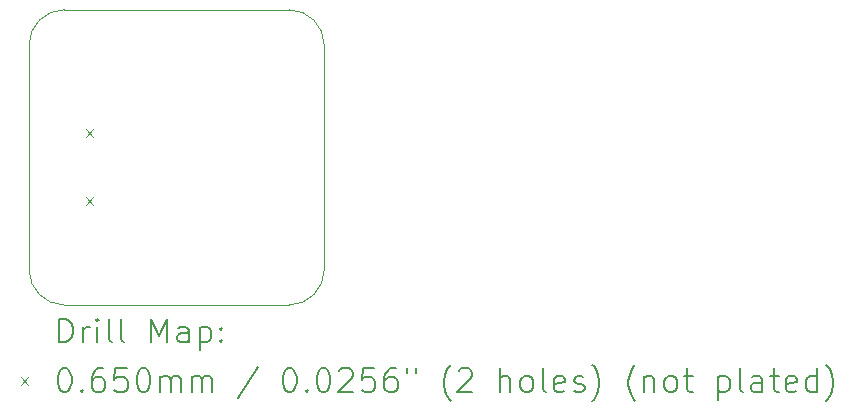
<source format=gbr>
%TF.GenerationSoftware,KiCad,Pcbnew,7.0.7*%
%TF.CreationDate,2024-03-07T17:34:28-08:00*%
%TF.ProjectId,magn_angle_sensor_v2,6d61676e-5f61-46e6-976c-655f73656e73,rev?*%
%TF.SameCoordinates,Original*%
%TF.FileFunction,Drillmap*%
%TF.FilePolarity,Positive*%
%FSLAX45Y45*%
G04 Gerber Fmt 4.5, Leading zero omitted, Abs format (unit mm)*
G04 Created by KiCad (PCBNEW 7.0.7) date 2024-03-07 17:34:28*
%MOMM*%
%LPD*%
G01*
G04 APERTURE LIST*
%ADD10C,0.100000*%
%ADD11C,0.200000*%
%ADD12C,0.065000*%
G04 APERTURE END LIST*
D10*
X4500000Y-4200000D02*
X4500000Y-2300000D01*
X4500000Y-2300000D02*
G75*
G03*
X4200000Y-2000000I-300000J0D01*
G01*
X4200000Y-2000000D02*
X2300000Y-2000000D01*
X2300000Y-4500000D02*
X4200000Y-4500000D01*
X2300000Y-2000000D02*
G75*
G03*
X2000000Y-2300000I0J-300000D01*
G01*
X2000000Y-2300000D02*
X2000000Y-4200000D01*
X4200000Y-4500000D02*
G75*
G03*
X4500000Y-4200000I0J300000D01*
G01*
X2000000Y-4200000D02*
G75*
G03*
X2300000Y-4500000I300000J0D01*
G01*
D11*
D12*
X2480500Y-3011500D02*
X2545500Y-3076500D01*
X2545500Y-3011500D02*
X2480500Y-3076500D01*
X2480500Y-3589500D02*
X2545500Y-3654500D01*
X2545500Y-3589500D02*
X2480500Y-3654500D01*
D11*
X2255777Y-4816484D02*
X2255777Y-4616484D01*
X2255777Y-4616484D02*
X2303396Y-4616484D01*
X2303396Y-4616484D02*
X2331967Y-4626008D01*
X2331967Y-4626008D02*
X2351015Y-4645055D01*
X2351015Y-4645055D02*
X2360539Y-4664103D01*
X2360539Y-4664103D02*
X2370063Y-4702198D01*
X2370063Y-4702198D02*
X2370063Y-4730770D01*
X2370063Y-4730770D02*
X2360539Y-4768865D01*
X2360539Y-4768865D02*
X2351015Y-4787912D01*
X2351015Y-4787912D02*
X2331967Y-4806960D01*
X2331967Y-4806960D02*
X2303396Y-4816484D01*
X2303396Y-4816484D02*
X2255777Y-4816484D01*
X2455777Y-4816484D02*
X2455777Y-4683150D01*
X2455777Y-4721246D02*
X2465301Y-4702198D01*
X2465301Y-4702198D02*
X2474824Y-4692674D01*
X2474824Y-4692674D02*
X2493872Y-4683150D01*
X2493872Y-4683150D02*
X2512920Y-4683150D01*
X2579586Y-4816484D02*
X2579586Y-4683150D01*
X2579586Y-4616484D02*
X2570063Y-4626008D01*
X2570063Y-4626008D02*
X2579586Y-4635531D01*
X2579586Y-4635531D02*
X2589110Y-4626008D01*
X2589110Y-4626008D02*
X2579586Y-4616484D01*
X2579586Y-4616484D02*
X2579586Y-4635531D01*
X2703396Y-4816484D02*
X2684348Y-4806960D01*
X2684348Y-4806960D02*
X2674824Y-4787912D01*
X2674824Y-4787912D02*
X2674824Y-4616484D01*
X2808158Y-4816484D02*
X2789110Y-4806960D01*
X2789110Y-4806960D02*
X2779586Y-4787912D01*
X2779586Y-4787912D02*
X2779586Y-4616484D01*
X3036729Y-4816484D02*
X3036729Y-4616484D01*
X3036729Y-4616484D02*
X3103396Y-4759341D01*
X3103396Y-4759341D02*
X3170062Y-4616484D01*
X3170062Y-4616484D02*
X3170062Y-4816484D01*
X3351015Y-4816484D02*
X3351015Y-4711722D01*
X3351015Y-4711722D02*
X3341491Y-4692674D01*
X3341491Y-4692674D02*
X3322443Y-4683150D01*
X3322443Y-4683150D02*
X3284348Y-4683150D01*
X3284348Y-4683150D02*
X3265301Y-4692674D01*
X3351015Y-4806960D02*
X3331967Y-4816484D01*
X3331967Y-4816484D02*
X3284348Y-4816484D01*
X3284348Y-4816484D02*
X3265301Y-4806960D01*
X3265301Y-4806960D02*
X3255777Y-4787912D01*
X3255777Y-4787912D02*
X3255777Y-4768865D01*
X3255777Y-4768865D02*
X3265301Y-4749817D01*
X3265301Y-4749817D02*
X3284348Y-4740293D01*
X3284348Y-4740293D02*
X3331967Y-4740293D01*
X3331967Y-4740293D02*
X3351015Y-4730770D01*
X3446253Y-4683150D02*
X3446253Y-4883150D01*
X3446253Y-4692674D02*
X3465301Y-4683150D01*
X3465301Y-4683150D02*
X3503396Y-4683150D01*
X3503396Y-4683150D02*
X3522443Y-4692674D01*
X3522443Y-4692674D02*
X3531967Y-4702198D01*
X3531967Y-4702198D02*
X3541491Y-4721246D01*
X3541491Y-4721246D02*
X3541491Y-4778389D01*
X3541491Y-4778389D02*
X3531967Y-4797436D01*
X3531967Y-4797436D02*
X3522443Y-4806960D01*
X3522443Y-4806960D02*
X3503396Y-4816484D01*
X3503396Y-4816484D02*
X3465301Y-4816484D01*
X3465301Y-4816484D02*
X3446253Y-4806960D01*
X3627205Y-4797436D02*
X3636729Y-4806960D01*
X3636729Y-4806960D02*
X3627205Y-4816484D01*
X3627205Y-4816484D02*
X3617682Y-4806960D01*
X3617682Y-4806960D02*
X3627205Y-4797436D01*
X3627205Y-4797436D02*
X3627205Y-4816484D01*
X3627205Y-4692674D02*
X3636729Y-4702198D01*
X3636729Y-4702198D02*
X3627205Y-4711722D01*
X3627205Y-4711722D02*
X3617682Y-4702198D01*
X3617682Y-4702198D02*
X3627205Y-4692674D01*
X3627205Y-4692674D02*
X3627205Y-4711722D01*
D12*
X1930000Y-5112500D02*
X1995000Y-5177500D01*
X1995000Y-5112500D02*
X1930000Y-5177500D01*
D11*
X2293872Y-5036484D02*
X2312920Y-5036484D01*
X2312920Y-5036484D02*
X2331967Y-5046008D01*
X2331967Y-5046008D02*
X2341491Y-5055531D01*
X2341491Y-5055531D02*
X2351015Y-5074579D01*
X2351015Y-5074579D02*
X2360539Y-5112674D01*
X2360539Y-5112674D02*
X2360539Y-5160293D01*
X2360539Y-5160293D02*
X2351015Y-5198389D01*
X2351015Y-5198389D02*
X2341491Y-5217436D01*
X2341491Y-5217436D02*
X2331967Y-5226960D01*
X2331967Y-5226960D02*
X2312920Y-5236484D01*
X2312920Y-5236484D02*
X2293872Y-5236484D01*
X2293872Y-5236484D02*
X2274824Y-5226960D01*
X2274824Y-5226960D02*
X2265301Y-5217436D01*
X2265301Y-5217436D02*
X2255777Y-5198389D01*
X2255777Y-5198389D02*
X2246253Y-5160293D01*
X2246253Y-5160293D02*
X2246253Y-5112674D01*
X2246253Y-5112674D02*
X2255777Y-5074579D01*
X2255777Y-5074579D02*
X2265301Y-5055531D01*
X2265301Y-5055531D02*
X2274824Y-5046008D01*
X2274824Y-5046008D02*
X2293872Y-5036484D01*
X2446253Y-5217436D02*
X2455777Y-5226960D01*
X2455777Y-5226960D02*
X2446253Y-5236484D01*
X2446253Y-5236484D02*
X2436729Y-5226960D01*
X2436729Y-5226960D02*
X2446253Y-5217436D01*
X2446253Y-5217436D02*
X2446253Y-5236484D01*
X2627205Y-5036484D02*
X2589110Y-5036484D01*
X2589110Y-5036484D02*
X2570063Y-5046008D01*
X2570063Y-5046008D02*
X2560539Y-5055531D01*
X2560539Y-5055531D02*
X2541491Y-5084103D01*
X2541491Y-5084103D02*
X2531967Y-5122198D01*
X2531967Y-5122198D02*
X2531967Y-5198389D01*
X2531967Y-5198389D02*
X2541491Y-5217436D01*
X2541491Y-5217436D02*
X2551015Y-5226960D01*
X2551015Y-5226960D02*
X2570063Y-5236484D01*
X2570063Y-5236484D02*
X2608158Y-5236484D01*
X2608158Y-5236484D02*
X2627205Y-5226960D01*
X2627205Y-5226960D02*
X2636729Y-5217436D01*
X2636729Y-5217436D02*
X2646253Y-5198389D01*
X2646253Y-5198389D02*
X2646253Y-5150770D01*
X2646253Y-5150770D02*
X2636729Y-5131722D01*
X2636729Y-5131722D02*
X2627205Y-5122198D01*
X2627205Y-5122198D02*
X2608158Y-5112674D01*
X2608158Y-5112674D02*
X2570063Y-5112674D01*
X2570063Y-5112674D02*
X2551015Y-5122198D01*
X2551015Y-5122198D02*
X2541491Y-5131722D01*
X2541491Y-5131722D02*
X2531967Y-5150770D01*
X2827205Y-5036484D02*
X2731967Y-5036484D01*
X2731967Y-5036484D02*
X2722444Y-5131722D01*
X2722444Y-5131722D02*
X2731967Y-5122198D01*
X2731967Y-5122198D02*
X2751015Y-5112674D01*
X2751015Y-5112674D02*
X2798634Y-5112674D01*
X2798634Y-5112674D02*
X2817682Y-5122198D01*
X2817682Y-5122198D02*
X2827205Y-5131722D01*
X2827205Y-5131722D02*
X2836729Y-5150770D01*
X2836729Y-5150770D02*
X2836729Y-5198389D01*
X2836729Y-5198389D02*
X2827205Y-5217436D01*
X2827205Y-5217436D02*
X2817682Y-5226960D01*
X2817682Y-5226960D02*
X2798634Y-5236484D01*
X2798634Y-5236484D02*
X2751015Y-5236484D01*
X2751015Y-5236484D02*
X2731967Y-5226960D01*
X2731967Y-5226960D02*
X2722444Y-5217436D01*
X2960539Y-5036484D02*
X2979586Y-5036484D01*
X2979586Y-5036484D02*
X2998634Y-5046008D01*
X2998634Y-5046008D02*
X3008158Y-5055531D01*
X3008158Y-5055531D02*
X3017682Y-5074579D01*
X3017682Y-5074579D02*
X3027205Y-5112674D01*
X3027205Y-5112674D02*
X3027205Y-5160293D01*
X3027205Y-5160293D02*
X3017682Y-5198389D01*
X3017682Y-5198389D02*
X3008158Y-5217436D01*
X3008158Y-5217436D02*
X2998634Y-5226960D01*
X2998634Y-5226960D02*
X2979586Y-5236484D01*
X2979586Y-5236484D02*
X2960539Y-5236484D01*
X2960539Y-5236484D02*
X2941491Y-5226960D01*
X2941491Y-5226960D02*
X2931967Y-5217436D01*
X2931967Y-5217436D02*
X2922443Y-5198389D01*
X2922443Y-5198389D02*
X2912920Y-5160293D01*
X2912920Y-5160293D02*
X2912920Y-5112674D01*
X2912920Y-5112674D02*
X2922443Y-5074579D01*
X2922443Y-5074579D02*
X2931967Y-5055531D01*
X2931967Y-5055531D02*
X2941491Y-5046008D01*
X2941491Y-5046008D02*
X2960539Y-5036484D01*
X3112920Y-5236484D02*
X3112920Y-5103150D01*
X3112920Y-5122198D02*
X3122443Y-5112674D01*
X3122443Y-5112674D02*
X3141491Y-5103150D01*
X3141491Y-5103150D02*
X3170063Y-5103150D01*
X3170063Y-5103150D02*
X3189110Y-5112674D01*
X3189110Y-5112674D02*
X3198634Y-5131722D01*
X3198634Y-5131722D02*
X3198634Y-5236484D01*
X3198634Y-5131722D02*
X3208158Y-5112674D01*
X3208158Y-5112674D02*
X3227205Y-5103150D01*
X3227205Y-5103150D02*
X3255777Y-5103150D01*
X3255777Y-5103150D02*
X3274824Y-5112674D01*
X3274824Y-5112674D02*
X3284348Y-5131722D01*
X3284348Y-5131722D02*
X3284348Y-5236484D01*
X3379586Y-5236484D02*
X3379586Y-5103150D01*
X3379586Y-5122198D02*
X3389110Y-5112674D01*
X3389110Y-5112674D02*
X3408158Y-5103150D01*
X3408158Y-5103150D02*
X3436729Y-5103150D01*
X3436729Y-5103150D02*
X3455777Y-5112674D01*
X3455777Y-5112674D02*
X3465301Y-5131722D01*
X3465301Y-5131722D02*
X3465301Y-5236484D01*
X3465301Y-5131722D02*
X3474824Y-5112674D01*
X3474824Y-5112674D02*
X3493872Y-5103150D01*
X3493872Y-5103150D02*
X3522443Y-5103150D01*
X3522443Y-5103150D02*
X3541491Y-5112674D01*
X3541491Y-5112674D02*
X3551015Y-5131722D01*
X3551015Y-5131722D02*
X3551015Y-5236484D01*
X3941491Y-5026960D02*
X3770063Y-5284103D01*
X4198634Y-5036484D02*
X4217682Y-5036484D01*
X4217682Y-5036484D02*
X4236729Y-5046008D01*
X4236729Y-5046008D02*
X4246253Y-5055531D01*
X4246253Y-5055531D02*
X4255777Y-5074579D01*
X4255777Y-5074579D02*
X4265301Y-5112674D01*
X4265301Y-5112674D02*
X4265301Y-5160293D01*
X4265301Y-5160293D02*
X4255777Y-5198389D01*
X4255777Y-5198389D02*
X4246253Y-5217436D01*
X4246253Y-5217436D02*
X4236729Y-5226960D01*
X4236729Y-5226960D02*
X4217682Y-5236484D01*
X4217682Y-5236484D02*
X4198634Y-5236484D01*
X4198634Y-5236484D02*
X4179586Y-5226960D01*
X4179586Y-5226960D02*
X4170063Y-5217436D01*
X4170063Y-5217436D02*
X4160539Y-5198389D01*
X4160539Y-5198389D02*
X4151015Y-5160293D01*
X4151015Y-5160293D02*
X4151015Y-5112674D01*
X4151015Y-5112674D02*
X4160539Y-5074579D01*
X4160539Y-5074579D02*
X4170063Y-5055531D01*
X4170063Y-5055531D02*
X4179586Y-5046008D01*
X4179586Y-5046008D02*
X4198634Y-5036484D01*
X4351015Y-5217436D02*
X4360539Y-5226960D01*
X4360539Y-5226960D02*
X4351015Y-5236484D01*
X4351015Y-5236484D02*
X4341491Y-5226960D01*
X4341491Y-5226960D02*
X4351015Y-5217436D01*
X4351015Y-5217436D02*
X4351015Y-5236484D01*
X4484348Y-5036484D02*
X4503396Y-5036484D01*
X4503396Y-5036484D02*
X4522444Y-5046008D01*
X4522444Y-5046008D02*
X4531968Y-5055531D01*
X4531968Y-5055531D02*
X4541491Y-5074579D01*
X4541491Y-5074579D02*
X4551015Y-5112674D01*
X4551015Y-5112674D02*
X4551015Y-5160293D01*
X4551015Y-5160293D02*
X4541491Y-5198389D01*
X4541491Y-5198389D02*
X4531968Y-5217436D01*
X4531968Y-5217436D02*
X4522444Y-5226960D01*
X4522444Y-5226960D02*
X4503396Y-5236484D01*
X4503396Y-5236484D02*
X4484348Y-5236484D01*
X4484348Y-5236484D02*
X4465301Y-5226960D01*
X4465301Y-5226960D02*
X4455777Y-5217436D01*
X4455777Y-5217436D02*
X4446253Y-5198389D01*
X4446253Y-5198389D02*
X4436729Y-5160293D01*
X4436729Y-5160293D02*
X4436729Y-5112674D01*
X4436729Y-5112674D02*
X4446253Y-5074579D01*
X4446253Y-5074579D02*
X4455777Y-5055531D01*
X4455777Y-5055531D02*
X4465301Y-5046008D01*
X4465301Y-5046008D02*
X4484348Y-5036484D01*
X4627206Y-5055531D02*
X4636729Y-5046008D01*
X4636729Y-5046008D02*
X4655777Y-5036484D01*
X4655777Y-5036484D02*
X4703396Y-5036484D01*
X4703396Y-5036484D02*
X4722444Y-5046008D01*
X4722444Y-5046008D02*
X4731968Y-5055531D01*
X4731968Y-5055531D02*
X4741491Y-5074579D01*
X4741491Y-5074579D02*
X4741491Y-5093627D01*
X4741491Y-5093627D02*
X4731968Y-5122198D01*
X4731968Y-5122198D02*
X4617682Y-5236484D01*
X4617682Y-5236484D02*
X4741491Y-5236484D01*
X4922444Y-5036484D02*
X4827206Y-5036484D01*
X4827206Y-5036484D02*
X4817682Y-5131722D01*
X4817682Y-5131722D02*
X4827206Y-5122198D01*
X4827206Y-5122198D02*
X4846253Y-5112674D01*
X4846253Y-5112674D02*
X4893872Y-5112674D01*
X4893872Y-5112674D02*
X4912920Y-5122198D01*
X4912920Y-5122198D02*
X4922444Y-5131722D01*
X4922444Y-5131722D02*
X4931968Y-5150770D01*
X4931968Y-5150770D02*
X4931968Y-5198389D01*
X4931968Y-5198389D02*
X4922444Y-5217436D01*
X4922444Y-5217436D02*
X4912920Y-5226960D01*
X4912920Y-5226960D02*
X4893872Y-5236484D01*
X4893872Y-5236484D02*
X4846253Y-5236484D01*
X4846253Y-5236484D02*
X4827206Y-5226960D01*
X4827206Y-5226960D02*
X4817682Y-5217436D01*
X5103396Y-5036484D02*
X5065301Y-5036484D01*
X5065301Y-5036484D02*
X5046253Y-5046008D01*
X5046253Y-5046008D02*
X5036729Y-5055531D01*
X5036729Y-5055531D02*
X5017682Y-5084103D01*
X5017682Y-5084103D02*
X5008158Y-5122198D01*
X5008158Y-5122198D02*
X5008158Y-5198389D01*
X5008158Y-5198389D02*
X5017682Y-5217436D01*
X5017682Y-5217436D02*
X5027206Y-5226960D01*
X5027206Y-5226960D02*
X5046253Y-5236484D01*
X5046253Y-5236484D02*
X5084349Y-5236484D01*
X5084349Y-5236484D02*
X5103396Y-5226960D01*
X5103396Y-5226960D02*
X5112920Y-5217436D01*
X5112920Y-5217436D02*
X5122444Y-5198389D01*
X5122444Y-5198389D02*
X5122444Y-5150770D01*
X5122444Y-5150770D02*
X5112920Y-5131722D01*
X5112920Y-5131722D02*
X5103396Y-5122198D01*
X5103396Y-5122198D02*
X5084349Y-5112674D01*
X5084349Y-5112674D02*
X5046253Y-5112674D01*
X5046253Y-5112674D02*
X5027206Y-5122198D01*
X5027206Y-5122198D02*
X5017682Y-5131722D01*
X5017682Y-5131722D02*
X5008158Y-5150770D01*
X5198634Y-5036484D02*
X5198634Y-5074579D01*
X5274825Y-5036484D02*
X5274825Y-5074579D01*
X5570063Y-5312674D02*
X5560539Y-5303150D01*
X5560539Y-5303150D02*
X5541491Y-5274579D01*
X5541491Y-5274579D02*
X5531968Y-5255531D01*
X5531968Y-5255531D02*
X5522444Y-5226960D01*
X5522444Y-5226960D02*
X5512920Y-5179341D01*
X5512920Y-5179341D02*
X5512920Y-5141246D01*
X5512920Y-5141246D02*
X5522444Y-5093627D01*
X5522444Y-5093627D02*
X5531968Y-5065055D01*
X5531968Y-5065055D02*
X5541491Y-5046008D01*
X5541491Y-5046008D02*
X5560539Y-5017436D01*
X5560539Y-5017436D02*
X5570063Y-5007912D01*
X5636729Y-5055531D02*
X5646253Y-5046008D01*
X5646253Y-5046008D02*
X5665301Y-5036484D01*
X5665301Y-5036484D02*
X5712920Y-5036484D01*
X5712920Y-5036484D02*
X5731968Y-5046008D01*
X5731968Y-5046008D02*
X5741491Y-5055531D01*
X5741491Y-5055531D02*
X5751015Y-5074579D01*
X5751015Y-5074579D02*
X5751015Y-5093627D01*
X5751015Y-5093627D02*
X5741491Y-5122198D01*
X5741491Y-5122198D02*
X5627206Y-5236484D01*
X5627206Y-5236484D02*
X5751015Y-5236484D01*
X5989110Y-5236484D02*
X5989110Y-5036484D01*
X6074825Y-5236484D02*
X6074825Y-5131722D01*
X6074825Y-5131722D02*
X6065301Y-5112674D01*
X6065301Y-5112674D02*
X6046253Y-5103150D01*
X6046253Y-5103150D02*
X6017682Y-5103150D01*
X6017682Y-5103150D02*
X5998634Y-5112674D01*
X5998634Y-5112674D02*
X5989110Y-5122198D01*
X6198634Y-5236484D02*
X6179587Y-5226960D01*
X6179587Y-5226960D02*
X6170063Y-5217436D01*
X6170063Y-5217436D02*
X6160539Y-5198389D01*
X6160539Y-5198389D02*
X6160539Y-5141246D01*
X6160539Y-5141246D02*
X6170063Y-5122198D01*
X6170063Y-5122198D02*
X6179587Y-5112674D01*
X6179587Y-5112674D02*
X6198634Y-5103150D01*
X6198634Y-5103150D02*
X6227206Y-5103150D01*
X6227206Y-5103150D02*
X6246253Y-5112674D01*
X6246253Y-5112674D02*
X6255777Y-5122198D01*
X6255777Y-5122198D02*
X6265301Y-5141246D01*
X6265301Y-5141246D02*
X6265301Y-5198389D01*
X6265301Y-5198389D02*
X6255777Y-5217436D01*
X6255777Y-5217436D02*
X6246253Y-5226960D01*
X6246253Y-5226960D02*
X6227206Y-5236484D01*
X6227206Y-5236484D02*
X6198634Y-5236484D01*
X6379587Y-5236484D02*
X6360539Y-5226960D01*
X6360539Y-5226960D02*
X6351015Y-5207912D01*
X6351015Y-5207912D02*
X6351015Y-5036484D01*
X6531968Y-5226960D02*
X6512920Y-5236484D01*
X6512920Y-5236484D02*
X6474825Y-5236484D01*
X6474825Y-5236484D02*
X6455777Y-5226960D01*
X6455777Y-5226960D02*
X6446253Y-5207912D01*
X6446253Y-5207912D02*
X6446253Y-5131722D01*
X6446253Y-5131722D02*
X6455777Y-5112674D01*
X6455777Y-5112674D02*
X6474825Y-5103150D01*
X6474825Y-5103150D02*
X6512920Y-5103150D01*
X6512920Y-5103150D02*
X6531968Y-5112674D01*
X6531968Y-5112674D02*
X6541491Y-5131722D01*
X6541491Y-5131722D02*
X6541491Y-5150770D01*
X6541491Y-5150770D02*
X6446253Y-5169817D01*
X6617682Y-5226960D02*
X6636730Y-5236484D01*
X6636730Y-5236484D02*
X6674825Y-5236484D01*
X6674825Y-5236484D02*
X6693872Y-5226960D01*
X6693872Y-5226960D02*
X6703396Y-5207912D01*
X6703396Y-5207912D02*
X6703396Y-5198389D01*
X6703396Y-5198389D02*
X6693872Y-5179341D01*
X6693872Y-5179341D02*
X6674825Y-5169817D01*
X6674825Y-5169817D02*
X6646253Y-5169817D01*
X6646253Y-5169817D02*
X6627206Y-5160293D01*
X6627206Y-5160293D02*
X6617682Y-5141246D01*
X6617682Y-5141246D02*
X6617682Y-5131722D01*
X6617682Y-5131722D02*
X6627206Y-5112674D01*
X6627206Y-5112674D02*
X6646253Y-5103150D01*
X6646253Y-5103150D02*
X6674825Y-5103150D01*
X6674825Y-5103150D02*
X6693872Y-5112674D01*
X6770063Y-5312674D02*
X6779587Y-5303150D01*
X6779587Y-5303150D02*
X6798634Y-5274579D01*
X6798634Y-5274579D02*
X6808158Y-5255531D01*
X6808158Y-5255531D02*
X6817682Y-5226960D01*
X6817682Y-5226960D02*
X6827206Y-5179341D01*
X6827206Y-5179341D02*
X6827206Y-5141246D01*
X6827206Y-5141246D02*
X6817682Y-5093627D01*
X6817682Y-5093627D02*
X6808158Y-5065055D01*
X6808158Y-5065055D02*
X6798634Y-5046008D01*
X6798634Y-5046008D02*
X6779587Y-5017436D01*
X6779587Y-5017436D02*
X6770063Y-5007912D01*
X7131968Y-5312674D02*
X7122444Y-5303150D01*
X7122444Y-5303150D02*
X7103396Y-5274579D01*
X7103396Y-5274579D02*
X7093872Y-5255531D01*
X7093872Y-5255531D02*
X7084349Y-5226960D01*
X7084349Y-5226960D02*
X7074825Y-5179341D01*
X7074825Y-5179341D02*
X7074825Y-5141246D01*
X7074825Y-5141246D02*
X7084349Y-5093627D01*
X7084349Y-5093627D02*
X7093872Y-5065055D01*
X7093872Y-5065055D02*
X7103396Y-5046008D01*
X7103396Y-5046008D02*
X7122444Y-5017436D01*
X7122444Y-5017436D02*
X7131968Y-5007912D01*
X7208158Y-5103150D02*
X7208158Y-5236484D01*
X7208158Y-5122198D02*
X7217682Y-5112674D01*
X7217682Y-5112674D02*
X7236730Y-5103150D01*
X7236730Y-5103150D02*
X7265301Y-5103150D01*
X7265301Y-5103150D02*
X7284349Y-5112674D01*
X7284349Y-5112674D02*
X7293872Y-5131722D01*
X7293872Y-5131722D02*
X7293872Y-5236484D01*
X7417682Y-5236484D02*
X7398634Y-5226960D01*
X7398634Y-5226960D02*
X7389111Y-5217436D01*
X7389111Y-5217436D02*
X7379587Y-5198389D01*
X7379587Y-5198389D02*
X7379587Y-5141246D01*
X7379587Y-5141246D02*
X7389111Y-5122198D01*
X7389111Y-5122198D02*
X7398634Y-5112674D01*
X7398634Y-5112674D02*
X7417682Y-5103150D01*
X7417682Y-5103150D02*
X7446253Y-5103150D01*
X7446253Y-5103150D02*
X7465301Y-5112674D01*
X7465301Y-5112674D02*
X7474825Y-5122198D01*
X7474825Y-5122198D02*
X7484349Y-5141246D01*
X7484349Y-5141246D02*
X7484349Y-5198389D01*
X7484349Y-5198389D02*
X7474825Y-5217436D01*
X7474825Y-5217436D02*
X7465301Y-5226960D01*
X7465301Y-5226960D02*
X7446253Y-5236484D01*
X7446253Y-5236484D02*
X7417682Y-5236484D01*
X7541492Y-5103150D02*
X7617682Y-5103150D01*
X7570063Y-5036484D02*
X7570063Y-5207912D01*
X7570063Y-5207912D02*
X7579587Y-5226960D01*
X7579587Y-5226960D02*
X7598634Y-5236484D01*
X7598634Y-5236484D02*
X7617682Y-5236484D01*
X7836730Y-5103150D02*
X7836730Y-5303150D01*
X7836730Y-5112674D02*
X7855777Y-5103150D01*
X7855777Y-5103150D02*
X7893873Y-5103150D01*
X7893873Y-5103150D02*
X7912920Y-5112674D01*
X7912920Y-5112674D02*
X7922444Y-5122198D01*
X7922444Y-5122198D02*
X7931968Y-5141246D01*
X7931968Y-5141246D02*
X7931968Y-5198389D01*
X7931968Y-5198389D02*
X7922444Y-5217436D01*
X7922444Y-5217436D02*
X7912920Y-5226960D01*
X7912920Y-5226960D02*
X7893873Y-5236484D01*
X7893873Y-5236484D02*
X7855777Y-5236484D01*
X7855777Y-5236484D02*
X7836730Y-5226960D01*
X8046253Y-5236484D02*
X8027206Y-5226960D01*
X8027206Y-5226960D02*
X8017682Y-5207912D01*
X8017682Y-5207912D02*
X8017682Y-5036484D01*
X8208158Y-5236484D02*
X8208158Y-5131722D01*
X8208158Y-5131722D02*
X8198634Y-5112674D01*
X8198634Y-5112674D02*
X8179587Y-5103150D01*
X8179587Y-5103150D02*
X8141492Y-5103150D01*
X8141492Y-5103150D02*
X8122444Y-5112674D01*
X8208158Y-5226960D02*
X8189111Y-5236484D01*
X8189111Y-5236484D02*
X8141492Y-5236484D01*
X8141492Y-5236484D02*
X8122444Y-5226960D01*
X8122444Y-5226960D02*
X8112920Y-5207912D01*
X8112920Y-5207912D02*
X8112920Y-5188865D01*
X8112920Y-5188865D02*
X8122444Y-5169817D01*
X8122444Y-5169817D02*
X8141492Y-5160293D01*
X8141492Y-5160293D02*
X8189111Y-5160293D01*
X8189111Y-5160293D02*
X8208158Y-5150770D01*
X8274825Y-5103150D02*
X8351015Y-5103150D01*
X8303396Y-5036484D02*
X8303396Y-5207912D01*
X8303396Y-5207912D02*
X8312920Y-5226960D01*
X8312920Y-5226960D02*
X8331968Y-5236484D01*
X8331968Y-5236484D02*
X8351015Y-5236484D01*
X8493873Y-5226960D02*
X8474825Y-5236484D01*
X8474825Y-5236484D02*
X8436730Y-5236484D01*
X8436730Y-5236484D02*
X8417682Y-5226960D01*
X8417682Y-5226960D02*
X8408158Y-5207912D01*
X8408158Y-5207912D02*
X8408158Y-5131722D01*
X8408158Y-5131722D02*
X8417682Y-5112674D01*
X8417682Y-5112674D02*
X8436730Y-5103150D01*
X8436730Y-5103150D02*
X8474825Y-5103150D01*
X8474825Y-5103150D02*
X8493873Y-5112674D01*
X8493873Y-5112674D02*
X8503396Y-5131722D01*
X8503396Y-5131722D02*
X8503396Y-5150770D01*
X8503396Y-5150770D02*
X8408158Y-5169817D01*
X8674825Y-5236484D02*
X8674825Y-5036484D01*
X8674825Y-5226960D02*
X8655777Y-5236484D01*
X8655777Y-5236484D02*
X8617682Y-5236484D01*
X8617682Y-5236484D02*
X8598635Y-5226960D01*
X8598635Y-5226960D02*
X8589111Y-5217436D01*
X8589111Y-5217436D02*
X8579587Y-5198389D01*
X8579587Y-5198389D02*
X8579587Y-5141246D01*
X8579587Y-5141246D02*
X8589111Y-5122198D01*
X8589111Y-5122198D02*
X8598635Y-5112674D01*
X8598635Y-5112674D02*
X8617682Y-5103150D01*
X8617682Y-5103150D02*
X8655777Y-5103150D01*
X8655777Y-5103150D02*
X8674825Y-5112674D01*
X8751016Y-5312674D02*
X8760539Y-5303150D01*
X8760539Y-5303150D02*
X8779587Y-5274579D01*
X8779587Y-5274579D02*
X8789111Y-5255531D01*
X8789111Y-5255531D02*
X8798635Y-5226960D01*
X8798635Y-5226960D02*
X8808158Y-5179341D01*
X8808158Y-5179341D02*
X8808158Y-5141246D01*
X8808158Y-5141246D02*
X8798635Y-5093627D01*
X8798635Y-5093627D02*
X8789111Y-5065055D01*
X8789111Y-5065055D02*
X8779587Y-5046008D01*
X8779587Y-5046008D02*
X8760539Y-5017436D01*
X8760539Y-5017436D02*
X8751016Y-5007912D01*
M02*

</source>
